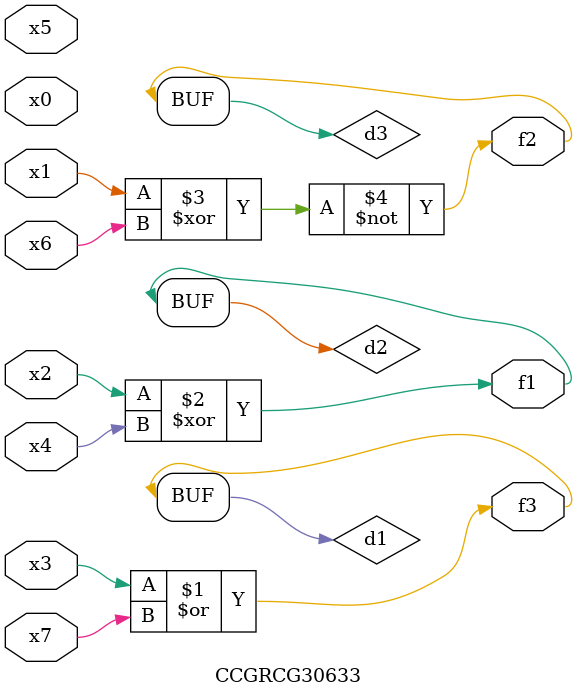
<source format=v>
module CCGRCG30633(
	input x0, x1, x2, x3, x4, x5, x6, x7,
	output f1, f2, f3
);

	wire d1, d2, d3;

	or (d1, x3, x7);
	xor (d2, x2, x4);
	xnor (d3, x1, x6);
	assign f1 = d2;
	assign f2 = d3;
	assign f3 = d1;
endmodule

</source>
